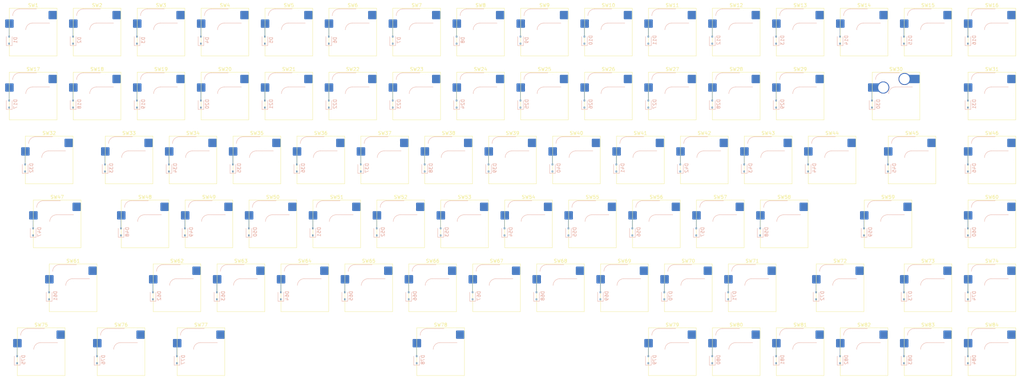
<source format=kicad_pcb>
(kicad_pcb
	(version 20241229)
	(generator "pcbnew")
	(generator_version "9.0")
	(general
		(thickness 1.6)
		(legacy_teardrops no)
	)
	(paper "A3")
	(layers
		(0 "F.Cu" signal)
		(2 "B.Cu" signal)
		(9 "F.Adhes" user "F.Adhesive")
		(11 "B.Adhes" user "B.Adhesive")
		(13 "F.Paste" user)
		(15 "B.Paste" user)
		(5 "F.SilkS" user "F.Silkscreen")
		(7 "B.SilkS" user "B.Silkscreen")
		(1 "F.Mask" user)
		(3 "B.Mask" user)
		(17 "Dwgs.User" user "User.Drawings")
		(19 "Cmts.User" user "User.Comments")
		(21 "Eco1.User" user "User.Eco1")
		(23 "Eco2.User" user "User.Eco2")
		(25 "Edge.Cuts" user)
		(27 "Margin" user)
		(31 "F.CrtYd" user "F.Courtyard")
		(29 "B.CrtYd" user "B.Courtyard")
		(35 "F.Fab" user)
		(33 "B.Fab" user)
		(39 "User.1" user)
		(41 "User.2" user)
		(43 "User.3" user)
		(45 "User.4" user)
	)
	(setup
		(pad_to_mask_clearance 0)
		(allow_soldermask_bridges_in_footprints no)
		(tenting front back)
		(pcbplotparams
			(layerselection 0x00000000_00000000_55555555_5755f5ff)
			(plot_on_all_layers_selection 0x00000000_00000000_00000000_00000000)
			(disableapertmacros no)
			(usegerberextensions no)
			(usegerberattributes yes)
			(usegerberadvancedattributes yes)
			(creategerberjobfile yes)
			(dashed_line_dash_ratio 12.000000)
			(dashed_line_gap_ratio 3.000000)
			(svgprecision 4)
			(plotframeref no)
			(mode 1)
			(useauxorigin no)
			(hpglpennumber 1)
			(hpglpenspeed 20)
			(hpglpendiameter 15.000000)
			(pdf_front_fp_property_popups yes)
			(pdf_back_fp_property_popups yes)
			(pdf_metadata yes)
			(pdf_single_document no)
			(dxfpolygonmode yes)
			(dxfimperialunits yes)
			(dxfusepcbnewfont yes)
			(psnegative no)
			(psa4output no)
			(plot_black_and_white yes)
			(plotinvisibletext no)
			(sketchpadsonfab no)
			(plotpadnumbers no)
			(hidednponfab no)
			(sketchdnponfab yes)
			(crossoutdnponfab yes)
			(subtractmaskfromsilk no)
			(outputformat 1)
			(mirror no)
			(drillshape 1)
			(scaleselection 1)
			(outputdirectory "")
		)
	)
	(net 0 "")
	(net 1 "Net-(D1-A)")
	(net 2 "unconnected-(D1-K-Pad1)")
	(net 3 "Net-(D2-A)")
	(net 4 "unconnected-(D2-K-Pad1)")
	(net 5 "unconnected-(D3-K-Pad1)")
	(net 6 "Net-(D3-A)")
	(net 7 "Net-(D4-A)")
	(net 8 "unconnected-(D4-K-Pad1)")
	(net 9 "unconnected-(D5-K-Pad1)")
	(net 10 "Net-(D5-A)")
	(net 11 "Net-(D6-A)")
	(net 12 "unconnected-(D6-K-Pad1)")
	(net 13 "Net-(D7-A)")
	(net 14 "unconnected-(D7-K-Pad1)")
	(net 15 "unconnected-(D8-K-Pad1)")
	(net 16 "Net-(D8-A)")
	(net 17 "unconnected-(D9-K-Pad1)")
	(net 18 "Net-(D9-A)")
	(net 19 "unconnected-(D10-K-Pad1)")
	(net 20 "Net-(D10-A)")
	(net 21 "unconnected-(D11-K-Pad1)")
	(net 22 "Net-(D11-A)")
	(net 23 "unconnected-(D12-K-Pad1)")
	(net 24 "Net-(D12-A)")
	(net 25 "Net-(D13-A)")
	(net 26 "unconnected-(D13-K-Pad1)")
	(net 27 "Net-(D14-A)")
	(net 28 "unconnected-(D14-K-Pad1)")
	(net 29 "Net-(D15-A)")
	(net 30 "unconnected-(D15-K-Pad1)")
	(net 31 "unconnected-(D16-K-Pad1)")
	(net 32 "Net-(D16-A)")
	(net 33 "Net-(D17-A)")
	(net 34 "unconnected-(D17-K-Pad1)")
	(net 35 "Net-(D18-A)")
	(net 36 "unconnected-(D18-K-Pad1)")
	(net 37 "Net-(D19-A)")
	(net 38 "unconnected-(D19-K-Pad1)")
	(net 39 "Net-(D20-A)")
	(net 40 "unconnected-(D20-K-Pad1)")
	(net 41 "unconnected-(D21-K-Pad1)")
	(net 42 "Net-(D21-A)")
	(net 43 "unconnected-(D22-K-Pad1)")
	(net 44 "Net-(D22-A)")
	(net 45 "unconnected-(D23-K-Pad1)")
	(net 46 "Net-(D23-A)")
	(net 47 "Net-(D24-A)")
	(net 48 "unconnected-(D24-K-Pad1)")
	(net 49 "unconnected-(D25-K-Pad1)")
	(net 50 "Net-(D25-A)")
	(net 51 "unconnected-(D26-K-Pad1)")
	(net 52 "Net-(D26-A)")
	(net 53 "unconnected-(D27-K-Pad1)")
	(net 54 "Net-(D27-A)")
	(net 55 "unconnected-(D28-K-Pad1)")
	(net 56 "Net-(D28-A)")
	(net 57 "unconnected-(D29-K-Pad1)")
	(net 58 "Net-(D29-A)")
	(net 59 "unconnected-(D30-K-Pad1)")
	(net 60 "Net-(D30-A)")
	(net 61 "Net-(D31-A)")
	(net 62 "unconnected-(D31-K-Pad1)")
	(net 63 "Net-(D32-A)")
	(net 64 "unconnected-(D32-K-Pad1)")
	(net 65 "Net-(D33-A)")
	(net 66 "unconnected-(D33-K-Pad1)")
	(net 67 "unconnected-(D34-K-Pad1)")
	(net 68 "Net-(D34-A)")
	(net 69 "Net-(D35-A)")
	(net 70 "unconnected-(D35-K-Pad1)")
	(net 71 "Net-(D36-A)")
	(net 72 "unconnected-(D36-K-Pad1)")
	(net 73 "Net-(D37-A)")
	(net 74 "unconnected-(D37-K-Pad1)")
	(net 75 "unconnected-(D38-K-Pad1)")
	(net 76 "Net-(D38-A)")
	(net 77 "unconnected-(D39-K-Pad1)")
	(net 78 "Net-(D39-A)")
	(net 79 "Net-(D40-A)")
	(net 80 "unconnected-(D40-K-Pad1)")
	(net 81 "Net-(D41-A)")
	(net 82 "unconnected-(D41-K-Pad1)")
	(net 83 "Net-(D42-A)")
	(net 84 "unconnected-(D42-K-Pad1)")
	(net 85 "unconnected-(D43-K-Pad1)")
	(net 86 "Net-(D43-A)")
	(net 87 "unconnected-(D44-K-Pad1)")
	(net 88 "Net-(D44-A)")
	(net 89 "unconnected-(D45-K-Pad1)")
	(net 90 "Net-(D45-A)")
	(net 91 "Net-(D46-A)")
	(net 92 "unconnected-(D46-K-Pad1)")
	(net 93 "Net-(D47-A)")
	(net 94 "unconnected-(D47-K-Pad1)")
	(net 95 "unconnected-(D48-K-Pad1)")
	(net 96 "Net-(D48-A)")
	(net 97 "unconnected-(D49-K-Pad1)")
	(net 98 "Net-(D49-A)")
	(net 99 "Net-(D50-A)")
	(net 100 "unconnected-(D50-K-Pad1)")
	(net 101 "unconnected-(D51-K-Pad1)")
	(net 102 "Net-(D51-A)")
	(net 103 "unconnected-(D52-K-Pad1)")
	(net 104 "Net-(D52-A)")
	(net 105 "Net-(D53-A)")
	(net 106 "unconnected-(D53-K-Pad1)")
	(net 107 "unconnected-(D54-K-Pad1)")
	(net 108 "Net-(D54-A)")
	(net 109 "unconnected-(D55-K-Pad1)")
	(net 110 "Net-(D55-A)")
	(net 111 "unconnected-(D56-K-Pad1)")
	(net 112 "Net-(D56-A)")
	(net 113 "Net-(D57-A)")
	(net 114 "unconnected-(D57-K-Pad1)")
	(net 115 "Net-(D58-A)")
	(net 116 "unconnected-(D58-K-Pad1)")
	(net 117 "Net-(D59-A)")
	(net 118 "unconnected-(D59-K-Pad1)")
	(net 119 "unconnected-(D60-K-Pad1)")
	(net 120 "Net-(D60-A)")
	(net 121 "Net-(D61-A)")
	(net 122 "unconnected-(D61-K-Pad1)")
	(net 123 "Net-(D62-A)")
	(net 124 "unconnected-(D62-K-Pad1)")
	(net 125 "Net-(D63-A)")
	(net 126 "unconnected-(D63-K-Pad1)")
	(net 127 "unconnected-(D64-K-Pad1)")
	(net 128 "Net-(D64-A)")
	(net 129 "Net-(D65-A)")
	(net 130 "unconnected-(D65-K-Pad1)")
	(net 131 "Net-(D66-A)")
	(net 132 "unconnected-(D66-K-Pad1)")
	(net 133 "Net-(D67-A)")
	(net 134 "unconnected-(D67-K-Pad1)")
	(net 135 "Net-(D68-A)")
	(net 136 "unconnected-(D68-K-Pad1)")
	(net 137 "Net-(D69-A)")
	(net 138 "unconnected-(D69-K-Pad1)")
	(net 139 "unconnected-(D70-K-Pad1)")
	(net 140 "Net-(D70-A)")
	(net 141 "unconnected-(D71-K-Pad1)")
	(net 142 "Net-(D71-A)")
	(net 143 "unconnected-(D72-K-Pad1)")
	(net 144 "Net-(D72-A)")
	(net 145 "unconnected-(D73-K-Pad1)")
	(net 146 "Net-(D73-A)")
	(net 147 "unconnected-(D74-K-Pad1)")
	(net 148 "Net-(D74-A)")
	(net 149 "unconnected-(D75-K-Pad1)")
	(net 150 "Net-(D75-A)")
	(net 151 "Net-(D76-A)")
	(net 152 "unconnected-(D76-K-Pad1)")
	(net 153 "Net-(D77-A)")
	(net 154 "unconnected-(D77-K-Pad1)")
	(net 155 "Net-(D78-A)")
	(net 156 "unconnected-(D78-K-Pad1)")
	(net 157 "unconnected-(D79-K-Pad1)")
	(net 158 "Net-(D79-A)")
	(net 159 "unconnected-(D80-K-Pad1)")
	(net 160 "Net-(D80-A)")
	(net 161 "Net-(D81-A)")
	(net 162 "unconnected-(D81-K-Pad1)")
	(net 163 "unconnected-(D82-K-Pad1)")
	(net 164 "Net-(D82-A)")
	(net 165 "unconnected-(D83-K-Pad1)")
	(net 166 "Net-(D83-A)")
	(net 167 "unconnected-(D84-K-Pad1)")
	(net 168 "Net-(D84-A)")
	(net 169 "unconnected-(SW1-Pad2)")
	(net 170 "unconnected-(SW2-Pad2)")
	(net 171 "unconnected-(SW3-Pad2)")
	(net 172 "unconnected-(SW4-Pad2)")
	(net 173 "unconnected-(SW5-Pad2)")
	(net 174 "unconnected-(SW6-Pad2)")
	(net 175 "unconnected-(SW7-Pad2)")
	(net 176 "unconnected-(SW8-Pad2)")
	(net 177 "unconnected-(SW9-Pad2)")
	(net 178 "unconnected-(SW10-Pad2)")
	(net 179 "unconnected-(SW11-Pad2)")
	(net 180 "unconnected-(SW12-Pad2)")
	(net 181 "unconnected-(SW13-Pad2)")
	(net 182 "unconnected-(SW14-Pad2)")
	(net 183 "unconnected-(SW15-Pad2)")
	(net 184 "unconnected-(SW16-Pad2)")
	(net 185 "unconnected-(SW17-Pad2)")
	(net 186 "unconnected-(SW18-Pad2)")
	(net 187 "unconnected-(SW19-Pad2)")
	(net 188 "unconnected-(SW20-Pad2)")
	(net 189 "unconnected-(SW21-Pad2)")
	(net 190 "unconnected-(SW22-Pad2)")
	(net 191 "unconnected-(SW23-Pad2)")
	(net 192 "unconnected-(SW24-Pad2)")
	(net 193 "unconnected-(SW25-Pad2)")
	(net 194 "unconnected-(SW26-Pad2)")
	(net 195 "unconnected-(SW27-Pad2)")
	(net 196 "unconnected-(SW28-Pad2)")
	(net 197 "unconnected-(SW29-Pad2)")
	(net 198 "unconnected-(SW30-Pad2)")
	(net 199 "unconnected-(SW31-Pad2)")
	(net 200 "unconnected-(SW32-Pad2)")
	(net 201 "unconnected-(SW33-Pad2)")
	(net 202 "unconnected-(SW34-Pad2)")
	(net 203 "unconnected-(SW35-Pad2)")
	(net 204 "unconnected-(SW36-Pad2)")
	(net 205 "unconnected-(SW37-Pad2)")
	(net 206 "unconnected-(SW38-Pad2)")
	(net 207 "unconnected-(SW39-Pad2)")
	(net 208 "unconnected-(SW40-Pad2)")
	(net 209 "unconnected-(SW41-Pad2)")
	(net 210 "unconnected-(SW42-Pad2)")
	(net 211 "unconnected-(SW43-Pad2)")
	(net 212 "unconnected-(SW44-Pad2)")
	(net 213 "unconnected-(SW45-Pad2)")
	(net 214 "unconnected-(SW46-Pad2)")
	(net 215 "unconnected-(SW47-Pad2)")
	(net 216 "unconnected-(SW48-Pad2)")
	(net 217 "unconnected-(SW49-Pad2)")
	(net 218 "unconnected-(SW50-Pad2)")
	(net 219 "unconnected-(SW51-Pad2)")
	(net 220 "unconnected-(SW52-Pad2)")
	(net 221 "unconnected-(SW53-Pad2)")
	(net 222 "unconnected-(SW54-Pad2)")
	(net 223 "unconnected-(SW55-Pad2)")
	(net 224 "unconnected-(SW56-Pad2)")
	(net 225 "unconnected-(SW57-Pad2)")
	(net 226 "unconnected-(SW58-Pad2)")
	(net 227 "unconnected-(SW59-Pad2)")
	(net 228 "unconnected-(SW60-Pad2)")
	(net 229 "unconnected-(SW61-Pad2)")
	(net 230 "unconnected-(SW62-Pad2)")
	(net 231 "unconnected-(SW63-Pad2)")
	(net 232 "unconnected-(SW64-Pad2)")
	(net 233 "unconnected-(SW65-Pad2)")
	(net 234 "unconnected-(SW66-Pad2)")
	(net 235 "unconnected-(SW67-Pad2)")
	(net 236 "unconnected-(SW68-Pad2)")
	(net 237 "unconnected-(SW69-Pad2)")
	(net 238 "unconnected-(SW70-Pad2)")
	(net 239 "unconnected-(SW71-Pad2)")
	(net 240 "unconnected-(SW72-Pad2)")
	(net 241 "unconnected-(SW73-Pad2)")
	(net 242 "unconnected-(SW74-Pad2)")
	(net 243 "unconnected-(SW75-Pad2)")
	(net 244 "unconnected-(SW76-Pad2)")
	(net 245 "unconnected-(SW77-Pad2)")
	(net 246 "unconnected-(SW78-Pad2)")
	(net 247 "unconnected-(SW79-Pad2)")
	(net 248 "unconnected-(SW80-Pad2)")
	(net 249 "unconnected-(SW81-Pad2)")
	(net 250 "unconnected-(SW82-Pad2)")
	(net 251 "unconnected-(SW83-Pad2)")
	(net 252 "unconnected-(SW84-Pad2)")
	(footprint "PCM_Switch_Keyboard_Hotswap_Kailh:SW_Hotswap_Kailh_MX_1.25u" (layer "F.Cu") (at 97.63125 142.875))
	(footprint "PCM_Switch_Keyboard_Hotswap_Kailh:SW_Hotswap_Kailh_MX_1.75u" (layer "F.Cu") (at 54.76875 104.775))
	(footprint "PCM_Switch_Keyboard_Hotswap_Kailh:SW_Hotswap_Kailh_MX_1.00u" (layer "F.Cu") (at 314.325 142.875))
	(footprint "PCM_Switch_Keyboard_Hotswap_Kailh:SW_Hotswap_Kailh_MX_1.00u" (layer "F.Cu") (at 219.075 66.675))
	(footprint "PCM_Switch_Keyboard_Hotswap_Kailh:SW_Hotswap_Kailh_MX_1.00u" (layer "F.Cu") (at 180.975 66.675))
	(footprint "PCM_Switch_Keyboard_Hotswap_Kailh:SW_Hotswap_Kailh_MX_1.00u" (layer "F.Cu") (at 295.275 47.625))
	(footprint "PCM_Switch_Keyboard_Hotswap_Kailh:SW_Hotswap_Kailh_MX_1.00u" (layer "F.Cu") (at 333.375 85.725))
	(footprint "PCM_Switch_Keyboard_Hotswap_Kailh:SW_Hotswap_Kailh_MX_1.00u" (layer "F.Cu") (at 176.2125 104.775))
	(footprint "PCM_Switch_Keyboard_Hotswap_Kailh:SW_Hotswap_Kailh_MX_1.00u" (layer "F.Cu") (at 223.8375 123.825))
	(footprint "PCM_Switch_Keyboard_Hotswap_Kailh:SW_Hotswap_Kailh_MX_1.00u" (layer "F.Cu") (at 238.125 47.625))
	(footprint "PCM_Switch_Keyboard_Hotswap_Kailh:SW_Hotswap_Kailh_MX_1.00u" (layer "F.Cu") (at 190.5 85.725))
	(footprint "PCM_Switch_Keyboard_Hotswap_Kailh:SW_Hotswap_Kailh_MX_1.00u" (layer "F.Cu") (at 123.825 66.675))
	(footprint "PCM_Switch_Keyboard_Hotswap_Kailh:SW_Hotswap_Kailh_MX_1.00u" (layer "F.Cu") (at 252.4125 104.775))
	(footprint "PCM_Switch_Keyboard_Hotswap_Kailh:SW_Hotswap_Kailh_MX_1.00u" (layer "F.Cu") (at 238.125 66.675))
	(footprint "PCM_Switch_Keyboard_Hotswap_Kailh:SW_Hotswap_Kailh_MX_1.00u"
		(layer "F.Cu")
		(uuid "353f2468-817a-45fd-84d5-1fbdd070f1b2")
		(at 104.775 66.675)
		(descr "Kailh keyswitch Hotswap Socket with 1.00u keycap")
		(tags "Kailh Keyboard Keyswitch Switch Hotswap Socket Cutout 1.00u")
		(property "Reference" "SW20"
			(at 0 -8 0)
			(layer "F.SilkS")
			(uuid "8cdb043c-e036-4ed0-9e8a-eb9e9e6da951")
			(effects
				(font
					(size 1 1)
					(thickness 0.15)
				)
			)
		)
		(property "Value" "SW_Push"
			(at 0 8 0)
			(layer "F.Fab")
			(uuid "dffd5f63-73e0-4e81-9cd8-f94741942770")
			(effects
				(font
					(size 1 1)
					(thickness 0.15)
				)
			)
		)
		(property "Datasheet" ""
			(at 0 0 0)
			(layer "F.Fab")
			(hide yes)
			(uuid "5f5dbd94-2f41-49d8-b5de-2597e3c841c1")
			(effects
				(font
					(size 1.27 1.27)
					(thickness 0.15)
				)
			)
		)
		(property "Description" "Push button switch, generic, two pins"
			(at 0 0 0)
			(layer "F.Fab")
			(hide yes)
			(uuid "f8785273-e59e-400c-a27b-c4a9032a60da")
			(effects
				(font
					(size 1.27 1.27)
					(thickness 0.15)
				)
			)
		)
		(property "LCSC" ""
			(at 0 0 0)
			(unlocked yes)
			(layer "F.Fab")
			(hide yes)
			(uuid "633110b6-3d61-4971-88d5-64c522761d50")
			(effects
				(font
					(size 1 1)
					(thickness 0.15)
				)
			)
		)
		(path "/07009e26-13b1-4e2a-8166-da6b3eace284")
		(sheetname "/")
		(sheetfile "Keyboard-0.kicad_sch")
		(attr smd)
		(fp_line
			(start -7.1 -7.1)
			(end -7.1 7.1)
			(stroke
				(width 0.12)
				(type solid)
			)
			(layer "F.SilkS")
			(uuid "a4d250e4-6374-459f-8b76-3bc024e28de4")
		)
		(fp_line
			(start -7.1 7.1)
			(end 7.1 7.1)
			(stroke
				(width 0.12)
				(type solid)
			)
			(layer "F.SilkS")
			(uuid "8d3ff3e5-c023-421e-86c2-94f92ca9b495")
		)
		(fp_line
			(start 7.1 -7.1)
			(end -7.1 -7.1)
			(stroke
				(width 0.12)
				(type solid)
			)
			(layer "F.SilkS")
			(uuid "e3f0c6a0-add1-4965-bb1d-f7ffb8f1ad53")
		)
		(fp_line
			(start 7.1 7.1)
			(end 7.1 -7.1)
			(stroke
				(width 0.12)
				(type solid)
			)
			(layer "F.SilkS")
			(uuid "e2540b6d-5f89-4cf1-8215-ad2fd898ff74")
		)
		(fp_line
			(start -4.1 -6.9)
			(end 1 -6.9)
			(stroke
				(width 0.12)
				(type solid)
			)
			(layer "B.SilkS")
			(uuid "78c74a8e-5d17-449d-8e28-1c014028a68d")
		)
		(fp_line
			(start -0.2 -2.7)
			(end 4.9 -2.7)
			(stroke
				(width 0.12)
				(type solid)
			)
			(layer "B.SilkS")
			(uuid "e625e61c-f49a-4512-80e1-a684d9bd6132")
		)
		(fp_arc
			(start -6.1 -4.9)
			(mid -5.514214 -6.314214)
			(end -4.1 -
... [1494121 chars truncated]
</source>
